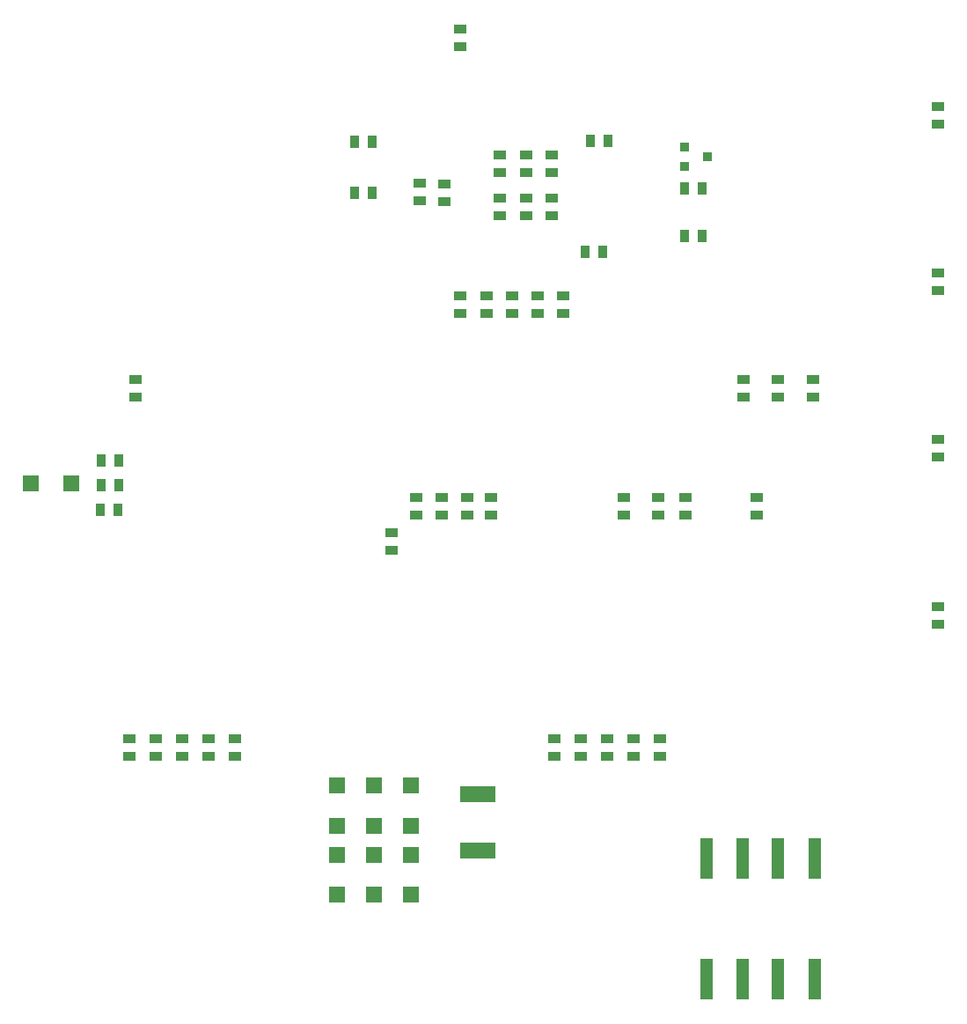
<source format=gbp>
G04 Layer_Color=128*
%FSTAX24Y24*%
%MOIN*%
G70*
G01*
G75*
%ADD16R,0.0472X0.0354*%
%ADD20R,0.0472X0.1575*%
%ADD45R,0.0354X0.0472*%
G04:AMPARAMS|DCode=46|XSize=31.5mil|YSize=35.4mil|CornerRadius=1.6mil|HoleSize=0mil|Usage=FLASHONLY|Rotation=90.000|XOffset=0mil|YOffset=0mil|HoleType=Round|Shape=RoundedRectangle|*
%AMROUNDEDRECTD46*
21,1,0.0315,0.0323,0,0,90.0*
21,1,0.0283,0.0354,0,0,90.0*
1,1,0.0032,0.0161,0.0142*
1,1,0.0032,0.0161,-0.0142*
1,1,0.0032,-0.0161,-0.0142*
1,1,0.0032,-0.0161,0.0142*
%
%ADD46ROUNDEDRECTD46*%
%ADD47R,0.1378X0.0630*%
%ADD48R,0.0618X0.0612*%
%ADD49R,0.0612X0.0618*%
D16*
X051949Y030343D02*
D03*
Y029673D02*
D03*
X05063Y030343D02*
D03*
Y029673D02*
D03*
X049311Y030343D02*
D03*
Y029673D02*
D03*
X056673Y021071D02*
D03*
Y02174D02*
D03*
Y027409D02*
D03*
Y028079D02*
D03*
Y033709D02*
D03*
Y034378D02*
D03*
X056673Y040008D02*
D03*
Y040677D02*
D03*
X037067Y03711D02*
D03*
Y03778D02*
D03*
X037972Y037764D02*
D03*
Y037094D02*
D03*
X038587Y042961D02*
D03*
Y04363D02*
D03*
X040087Y038177D02*
D03*
Y038846D02*
D03*
X041071Y038177D02*
D03*
Y038846D02*
D03*
X042055Y038177D02*
D03*
Y038846D02*
D03*
X040087Y037213D02*
D03*
Y036543D02*
D03*
X041071Y037213D02*
D03*
Y036543D02*
D03*
X042055Y037213D02*
D03*
Y036543D02*
D03*
X0425Y032858D02*
D03*
Y033528D02*
D03*
X041526Y032858D02*
D03*
Y033528D02*
D03*
X040551Y032858D02*
D03*
Y033528D02*
D03*
X039577Y032858D02*
D03*
Y033528D02*
D03*
X026051Y01674D02*
D03*
Y016071D02*
D03*
X027051Y016071D02*
D03*
Y01674D02*
D03*
X028051Y016071D02*
D03*
Y01674D02*
D03*
X029051Y016071D02*
D03*
Y01674D02*
D03*
X030051Y01674D02*
D03*
Y016071D02*
D03*
X046154Y01674D02*
D03*
Y016071D02*
D03*
X045146D02*
D03*
Y01674D02*
D03*
X044154Y016071D02*
D03*
Y01674D02*
D03*
X043154Y016071D02*
D03*
Y01674D02*
D03*
X042154Y016071D02*
D03*
Y01674D02*
D03*
X038602Y032858D02*
D03*
Y033528D02*
D03*
X02628Y030362D02*
D03*
Y029693D02*
D03*
X035976Y023886D02*
D03*
Y024555D02*
D03*
X036913Y02589D02*
D03*
Y02522D02*
D03*
X037876Y02589D02*
D03*
Y02522D02*
D03*
X038839Y025205D02*
D03*
Y025874D02*
D03*
X039756Y025224D02*
D03*
Y025894D02*
D03*
X047126Y025205D02*
D03*
Y025874D02*
D03*
X046083D02*
D03*
Y025205D02*
D03*
X044793Y025874D02*
D03*
Y025205D02*
D03*
X049833Y025874D02*
D03*
Y025205D02*
D03*
D20*
X049291Y012232D02*
D03*
Y007665D02*
D03*
X047913D02*
D03*
Y012232D02*
D03*
X052008D02*
D03*
Y007665D02*
D03*
X05063D02*
D03*
Y012232D02*
D03*
D45*
X035256Y039358D02*
D03*
X034587D02*
D03*
X035256Y037437D02*
D03*
X034587D02*
D03*
X047079Y035795D02*
D03*
X047748D02*
D03*
X047748Y037587D02*
D03*
X047079D02*
D03*
X025646Y026346D02*
D03*
X024976D02*
D03*
X024961Y025421D02*
D03*
X02563D02*
D03*
X024976Y027272D02*
D03*
X025646D02*
D03*
X043504Y039398D02*
D03*
X044173D02*
D03*
X043307Y035185D02*
D03*
X043976D02*
D03*
D46*
X047945Y038795D02*
D03*
X047079Y039169D02*
D03*
Y038421D02*
D03*
D47*
X03924Y012514D02*
D03*
Y01464D02*
D03*
D48*
X036713Y013467D02*
D03*
Y014974D02*
D03*
X035319Y013467D02*
D03*
Y014974D02*
D03*
X033925Y013467D02*
D03*
Y014974D02*
D03*
X036713Y010848D02*
D03*
Y012356D02*
D03*
X035319Y010848D02*
D03*
Y012356D02*
D03*
X033925Y010848D02*
D03*
Y012356D02*
D03*
D49*
X022331Y026406D02*
D03*
X023839D02*
D03*
M02*

</source>
